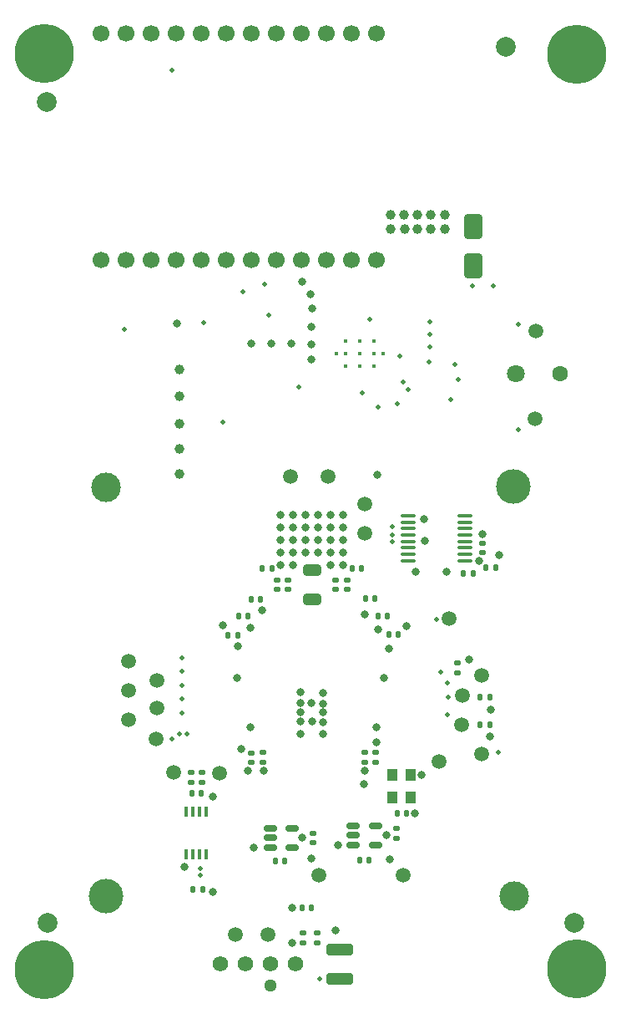
<source format=gts>
G04 #@! TF.GenerationSoftware,KiCad,Pcbnew,8.0.4*
G04 #@! TF.CreationDate,2024-12-28T01:26:10+01:00*
G04 #@! TF.ProjectId,nerdaxe-gamma,6e657264-6178-4652-9d67-616d6d612e6b,rev?*
G04 #@! TF.SameCoordinates,Original*
G04 #@! TF.FileFunction,Soldermask,Top*
G04 #@! TF.FilePolarity,Negative*
%FSLAX46Y46*%
G04 Gerber Fmt 4.6, Leading zero omitted, Abs format (unit mm)*
G04 Created by KiCad (PCBNEW 8.0.4) date 2024-12-28 01:26:10*
%MOMM*%
%LPD*%
G01*
G04 APERTURE LIST*
G04 Aperture macros list*
%AMRoundRect*
0 Rectangle with rounded corners*
0 $1 Rounding radius*
0 $2 $3 $4 $5 $6 $7 $8 $9 X,Y pos of 4 corners*
0 Add a 4 corners polygon primitive as box body*
4,1,4,$2,$3,$4,$5,$6,$7,$8,$9,$2,$3,0*
0 Add four circle primitives for the rounded corners*
1,1,$1+$1,$2,$3*
1,1,$1+$1,$4,$5*
1,1,$1+$1,$6,$7*
1,1,$1+$1,$8,$9*
0 Add four rect primitives between the rounded corners*
20,1,$1+$1,$2,$3,$4,$5,0*
20,1,$1+$1,$4,$5,$6,$7,0*
20,1,$1+$1,$6,$7,$8,$9,0*
20,1,$1+$1,$8,$9,$2,$3,0*%
G04 Aperture macros list end*
%ADD10RoundRect,0.250000X-0.650000X1.000000X-0.650000X-1.000000X0.650000X-1.000000X0.650000X1.000000X0*%
%ADD11C,1.500000*%
%ADD12RoundRect,0.135000X0.135000X0.185000X-0.135000X0.185000X-0.135000X-0.185000X0.135000X-0.185000X0*%
%ADD13RoundRect,0.250000X-1.100000X0.325000X-1.100000X-0.325000X1.100000X-0.325000X1.100000X0.325000X0*%
%ADD14C,2.000000*%
%ADD15RoundRect,0.140000X0.140000X0.170000X-0.140000X0.170000X-0.140000X-0.170000X0.140000X-0.170000X0*%
%ADD16RoundRect,0.140000X0.170000X-0.140000X0.170000X0.140000X-0.170000X0.140000X-0.170000X-0.140000X0*%
%ADD17RoundRect,0.140000X-0.170000X0.140000X-0.170000X-0.140000X0.170000X-0.140000X0.170000X0.140000X0*%
%ADD18RoundRect,0.135000X-0.185000X0.135000X-0.185000X-0.135000X0.185000X-0.135000X0.185000X0.135000X0*%
%ADD19C,3.000000*%
%ADD20RoundRect,0.150000X-0.512500X-0.150000X0.512500X-0.150000X0.512500X0.150000X-0.512500X0.150000X0*%
%ADD21R,1.100000X1.300000*%
%ADD22RoundRect,0.140000X-0.140000X-0.170000X0.140000X-0.170000X0.140000X0.170000X-0.140000X0.170000X0*%
%ADD23C,0.800000*%
%ADD24C,6.000000*%
%ADD25RoundRect,0.250000X-0.650000X0.325000X-0.650000X-0.325000X0.650000X-0.325000X0.650000X0.325000X0*%
%ADD26RoundRect,0.135000X0.185000X-0.135000X0.185000X0.135000X-0.185000X0.135000X-0.185000X-0.135000X0*%
%ADD27R,0.400000X1.100000*%
%ADD28C,3.500000*%
%ADD29RoundRect,0.100000X-0.637500X-0.100000X0.637500X-0.100000X0.637500X0.100000X-0.637500X0.100000X0*%
%ADD30RoundRect,0.135000X-0.135000X-0.185000X0.135000X-0.185000X0.135000X0.185000X-0.135000X0.185000X0*%
%ADD31C,1.295400*%
%ADD32C,1.574800*%
%ADD33C,1.700000*%
%ADD34C,1.600000*%
%ADD35C,1.800000*%
%ADD36C,0.400000*%
%ADD37C,0.500000*%
%ADD38C,1.000000*%
G04 APERTURE END LIST*
D10*
X122047000Y-68517000D03*
X122047000Y-72517000D03*
D11*
X128397000Y-79121000D03*
D12*
X122010000Y-103710000D03*
X120990000Y-103710000D03*
D13*
X108458000Y-141781000D03*
X108458000Y-144731000D03*
D11*
X114860000Y-134280000D03*
D14*
X125270000Y-50310000D03*
X132260000Y-139060000D03*
X78850000Y-139070000D03*
D15*
X101570000Y-103154000D03*
X100610000Y-103154000D03*
D11*
X122860000Y-121970000D03*
X120820000Y-119010000D03*
D16*
X100655438Y-122810000D03*
X100655438Y-121850000D03*
D17*
X108072400Y-104360000D03*
X108072400Y-105320000D03*
D18*
X94520000Y-123850000D03*
X94520000Y-124870000D03*
D15*
X99161000Y-108024000D03*
X98201000Y-108024000D03*
D19*
X84764000Y-94984000D03*
D17*
X102110000Y-104360000D03*
X102110000Y-105320000D03*
D20*
X101392500Y-129520000D03*
X101392500Y-130470000D03*
X101392500Y-131420000D03*
X103667500Y-131420000D03*
X103667500Y-129520000D03*
D11*
X110990000Y-96640000D03*
X101144000Y-140268000D03*
X96280000Y-123890000D03*
X97834000Y-140298000D03*
X87080000Y-118492000D03*
X103505000Y-93853000D03*
D19*
X126130000Y-136350000D03*
D11*
X128270000Y-88011000D03*
D16*
X99525438Y-122820000D03*
X99525438Y-121860000D03*
X112140000Y-122790000D03*
X112140000Y-121830000D03*
D21*
X115680000Y-126370000D03*
X115680000Y-124070000D03*
X113780000Y-124070000D03*
X113780000Y-126370000D03*
D22*
X101940000Y-132840000D03*
X102900000Y-132840000D03*
D23*
X130250000Y-51120990D03*
X130909010Y-49530000D03*
X130909010Y-52711980D03*
X132500000Y-48870990D03*
D24*
X132500000Y-51120990D03*
D23*
X132500000Y-53370990D03*
X134090990Y-49530000D03*
X134090990Y-52711980D03*
X134750000Y-51120990D03*
D11*
X107315000Y-93853000D03*
D15*
X115270000Y-128010000D03*
X114310000Y-128010000D03*
D14*
X78750000Y-55900000D03*
D11*
X110990000Y-99610000D03*
D12*
X123720000Y-118980000D03*
X122700000Y-118980000D03*
D11*
X91650000Y-123880000D03*
D25*
X105670000Y-103375000D03*
X105670000Y-106325000D03*
D11*
X119550000Y-108280000D03*
X118520000Y-122760000D03*
D26*
X106174000Y-141148000D03*
X106174000Y-140128000D03*
D27*
X94870000Y-127840000D03*
X94220000Y-127840000D03*
X93570000Y-127840000D03*
X92920000Y-127840000D03*
X92920000Y-132140000D03*
X93570000Y-132140000D03*
X94220000Y-132140000D03*
X94870000Y-132140000D03*
D11*
X87080000Y-112616000D03*
D20*
X109843500Y-129279000D03*
X109843500Y-130229000D03*
X109843500Y-131179000D03*
X112118500Y-131179000D03*
X112118500Y-129279000D03*
D23*
X130250000Y-143728000D03*
X130909010Y-142137010D03*
X130909010Y-145318990D03*
X132500000Y-141478000D03*
D24*
X132500000Y-143728000D03*
D23*
X132500000Y-145978000D03*
X134090990Y-142137010D03*
X134090990Y-145318990D03*
X134750000Y-143728000D03*
D17*
X122930000Y-100640000D03*
X122930000Y-101600000D03*
X103240000Y-104360000D03*
X103240000Y-105320000D03*
D18*
X120380000Y-112750000D03*
X120380000Y-113770000D03*
D11*
X122860000Y-113980000D03*
X89860000Y-120480000D03*
D23*
X76250000Y-143855000D03*
X76909010Y-142264010D03*
X76909010Y-145445990D03*
X78500000Y-141605000D03*
D24*
X78500000Y-143855000D03*
D23*
X78500000Y-146105000D03*
X80090990Y-142264010D03*
X80090990Y-145445990D03*
X80750000Y-143855000D03*
D17*
X104734000Y-140138000D03*
X104734000Y-141098000D03*
D28*
X84710000Y-136360000D03*
D15*
X98090000Y-109925000D03*
X97130000Y-109925000D03*
X114410000Y-109860000D03*
X113450000Y-109860000D03*
D29*
X115427500Y-97855000D03*
X115427500Y-98505000D03*
X115427500Y-99155000D03*
X115427500Y-99805000D03*
X115427500Y-100455000D03*
X115427500Y-101105000D03*
X115427500Y-101755000D03*
X115427500Y-102405000D03*
X121152500Y-102405000D03*
X121152500Y-101755000D03*
X121152500Y-101105000D03*
X121152500Y-100455000D03*
X121152500Y-99805000D03*
X121152500Y-99155000D03*
X121152500Y-98505000D03*
X121152500Y-97855000D03*
D30*
X93560000Y-135710000D03*
X94580000Y-135710000D03*
D15*
X112010000Y-106266000D03*
X111050000Y-106266000D03*
D26*
X93380000Y-124870000D03*
X93380000Y-123850000D03*
D22*
X110481000Y-132739000D03*
X111441000Y-132739000D03*
D15*
X124270000Y-103110000D03*
X123310000Y-103110000D03*
D16*
X111000000Y-122790000D03*
X111000000Y-121830000D03*
D23*
X76250000Y-51054000D03*
X76909010Y-49463010D03*
X76909010Y-52644990D03*
X78500000Y-48804000D03*
D24*
X78500000Y-51054000D03*
D23*
X78500000Y-53304000D03*
X80090990Y-49463010D03*
X80090990Y-52644990D03*
X80750000Y-51054000D03*
D17*
X109190000Y-104360000D03*
X109190000Y-105320000D03*
D12*
X123720000Y-116220000D03*
X122700000Y-116220000D03*
D15*
X110695000Y-103146000D03*
X109735000Y-103146000D03*
D11*
X106360000Y-134230000D03*
D28*
X126060000Y-94910000D03*
D11*
X120900000Y-116060000D03*
X89890000Y-114520000D03*
D15*
X94440000Y-125940000D03*
X93480000Y-125940000D03*
X113310000Y-108026000D03*
X112350000Y-108026000D03*
X105574000Y-137528000D03*
X104614000Y-137528000D03*
D11*
X87080000Y-115554000D03*
X89890000Y-117310000D03*
D17*
X114240000Y-129540000D03*
X114240000Y-130500000D03*
D15*
X100441000Y-106284000D03*
X99481000Y-106284000D03*
D17*
X105750000Y-129990000D03*
X105750000Y-130950000D03*
D31*
X101462400Y-145400852D03*
D32*
X96382400Y-143240851D03*
X98922400Y-143240851D03*
X101462400Y-143240851D03*
X104002400Y-143240851D03*
D33*
X84250000Y-71942000D03*
X86790000Y-71942000D03*
X89330000Y-71942000D03*
X91870000Y-71942000D03*
X94410000Y-71942000D03*
X96950000Y-71942000D03*
X99490000Y-71942000D03*
X102030000Y-71942000D03*
X104570000Y-71942000D03*
X107110000Y-71942000D03*
X109650000Y-71942000D03*
X112190000Y-71942000D03*
X112190000Y-49022000D03*
X109650000Y-49022000D03*
X107110000Y-49022000D03*
X104570000Y-49022000D03*
X102030000Y-49022000D03*
X99490000Y-49022000D03*
X96950000Y-49022000D03*
X94410000Y-49022000D03*
X91870000Y-49022000D03*
X89330000Y-49022000D03*
X86790000Y-49022000D03*
X84250000Y-49022000D03*
D34*
X130810000Y-83439000D03*
D35*
X126310000Y-83439000D03*
D36*
X109090000Y-82697000D03*
X110490000Y-82697000D03*
X111890000Y-82697000D03*
X108090000Y-81417000D03*
X109090000Y-81417000D03*
X110490000Y-81417000D03*
X111890000Y-81417000D03*
X112890000Y-81417000D03*
X109090000Y-80137000D03*
X110490000Y-80137000D03*
X111890000Y-80137000D03*
D37*
X121920000Y-74549000D03*
D23*
X105610000Y-116830000D03*
X112180000Y-119260000D03*
X113580000Y-132650000D03*
X98050000Y-114260000D03*
X104490000Y-118700000D03*
D38*
X119126000Y-68802000D03*
D23*
X112180000Y-120800000D03*
D37*
X119761000Y-86106000D03*
D23*
X106740000Y-119930000D03*
D38*
X113665000Y-68802000D03*
D23*
X106740000Y-118720000D03*
X104640000Y-130470000D03*
X105540000Y-132550000D03*
D38*
X115005332Y-67405000D03*
D23*
X116770000Y-124080000D03*
X106740000Y-117780000D03*
X104490000Y-117760000D03*
X105630000Y-118700000D03*
D38*
X92202000Y-88519000D03*
D23*
X115260000Y-109040000D03*
X123750000Y-117530000D03*
D38*
X92202000Y-93599000D03*
D23*
X106740000Y-116860000D03*
X105620000Y-82057000D03*
X103604000Y-137538000D03*
X116050000Y-128010000D03*
D38*
X92202000Y-91059000D03*
D23*
X104490000Y-119910000D03*
D38*
X117729000Y-68802000D03*
D23*
X112980000Y-114270000D03*
X105537000Y-75438000D03*
X112280000Y-93737000D03*
X117090000Y-100360000D03*
D38*
X117729000Y-67405000D03*
D23*
X121580000Y-112400000D03*
D38*
X92210000Y-83058000D03*
X113665000Y-67405000D03*
D23*
X122640000Y-102460000D03*
X103604000Y-141088000D03*
X113180000Y-130220000D03*
X119280000Y-103505000D03*
X99370000Y-119240000D03*
D38*
X116372000Y-68805000D03*
X119126000Y-67405000D03*
D23*
X123710000Y-120230000D03*
X96600000Y-108920000D03*
X104490000Y-115746000D03*
X105664000Y-76835000D03*
X103580000Y-80447000D03*
X105610000Y-80457000D03*
X104648000Y-74168000D03*
X98440000Y-121490000D03*
X92680000Y-133370000D03*
D37*
X126619000Y-89154000D03*
X106426000Y-144780000D03*
D23*
X104490000Y-116840000D03*
X99510000Y-80427000D03*
D38*
X115045332Y-68805000D03*
X92202000Y-85725000D03*
D23*
X106740000Y-115766000D03*
X116990000Y-98200000D03*
D38*
X116332000Y-67405000D03*
D23*
X101500000Y-80427000D03*
X105610000Y-78747000D03*
X107569000Y-99060000D03*
X102489000Y-97790000D03*
X105029000Y-101600000D03*
X102489000Y-100330000D03*
D37*
X120523000Y-84074000D03*
X96635000Y-88380000D03*
D23*
X108839000Y-101600000D03*
X106299000Y-100330000D03*
X106299000Y-99060000D03*
X103759000Y-97790000D03*
D37*
X86614000Y-78994000D03*
D23*
X103759000Y-100330000D03*
D37*
X104290000Y-84847000D03*
D23*
X102489000Y-101600000D03*
X103759000Y-102870000D03*
X105029000Y-100330000D03*
X108839000Y-100330000D03*
X102489000Y-99060000D03*
X107569000Y-101600000D03*
X106299000Y-101600000D03*
X107569000Y-102870000D03*
X108839000Y-99060000D03*
X107569000Y-100330000D03*
X105029000Y-97790000D03*
X108839000Y-97790000D03*
X107569000Y-97790000D03*
X103759000Y-101600000D03*
X108839000Y-102870000D03*
X105029000Y-99060000D03*
X102489000Y-102870000D03*
X103759000Y-99060000D03*
X106299000Y-97790000D03*
D37*
X126619000Y-78486000D03*
X124079000Y-74549000D03*
D23*
X108290000Y-131179000D03*
X99710000Y-131420000D03*
X108077000Y-139836400D03*
X91910000Y-78347000D03*
X95550000Y-135970000D03*
X122930000Y-99700000D03*
X95560000Y-126330000D03*
D37*
X94317599Y-134229617D03*
X115443000Y-85090000D03*
X91440000Y-52705000D03*
X98679000Y-75184000D03*
X120142000Y-82550000D03*
X112380000Y-86807000D03*
X111500000Y-77937000D03*
X101250000Y-77567000D03*
X114300000Y-86487000D03*
X94660000Y-78317000D03*
X114935000Y-84328000D03*
X94340000Y-133580000D03*
X100838000Y-74422000D03*
D23*
X100770000Y-123700000D03*
X99180000Y-123710000D03*
D37*
X119430000Y-116250000D03*
X119420000Y-118020000D03*
X124540000Y-121820000D03*
X92180000Y-119960000D03*
X92940000Y-119930000D03*
X117483000Y-82296000D03*
X117602000Y-80772000D03*
X117602000Y-78232000D03*
X114515000Y-81667000D03*
X117602000Y-79502000D03*
X110740000Y-85377000D03*
D23*
X113470000Y-111290000D03*
X110950000Y-124990000D03*
X124600000Y-101830000D03*
X116205000Y-103505000D03*
X110970000Y-123700000D03*
X112390000Y-109350000D03*
X111030000Y-107870000D03*
X100553800Y-107457400D03*
X99360000Y-109210000D03*
X98140000Y-111060000D03*
D37*
X119420000Y-114790000D03*
X113800000Y-98950000D03*
X113770000Y-99770000D03*
X113830000Y-100500000D03*
X118320000Y-108370000D03*
X118740000Y-113660000D03*
X92480000Y-112210000D03*
X92480000Y-113611428D03*
X92480000Y-115012856D03*
X92480000Y-116414284D03*
X92480000Y-117815712D03*
X91400000Y-120430000D03*
M02*

</source>
